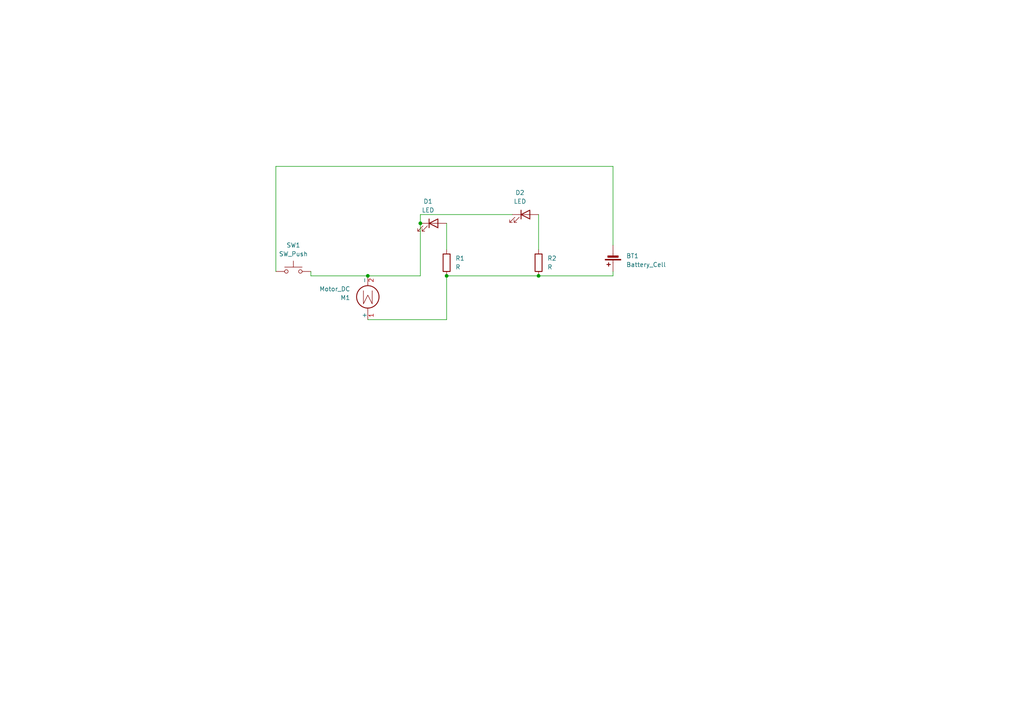
<source format=kicad_sch>
(kicad_sch
	(version 20250114)
	(generator "eeschema")
	(generator_version "9.0")
	(uuid "b0172b5b-68d2-456e-b543-2a6472d5e748")
	(paper "A4")
	(lib_symbols
		(symbol "Device:Battery_Cell"
			(pin_numbers
				(hide yes)
			)
			(pin_names
				(offset 0)
				(hide yes)
			)
			(exclude_from_sim no)
			(in_bom yes)
			(on_board yes)
			(property "Reference" "BT"
				(at 2.54 2.54 0)
				(effects
					(font
						(size 1.27 1.27)
					)
					(justify left)
				)
			)
			(property "Value" "Battery_Cell"
				(at 2.54 0 0)
				(effects
					(font
						(size 1.27 1.27)
					)
					(justify left)
				)
			)
			(property "Footprint" ""
				(at 0 1.524 90)
				(effects
					(font
						(size 1.27 1.27)
					)
					(hide yes)
				)
			)
			(property "Datasheet" "~"
				(at 0 1.524 90)
				(effects
					(font
						(size 1.27 1.27)
					)
					(hide yes)
				)
			)
			(property "Description" "Single-cell battery"
				(at 0 0 0)
				(effects
					(font
						(size 1.27 1.27)
					)
					(hide yes)
				)
			)
			(property "ki_keywords" "battery cell"
				(at 0 0 0)
				(effects
					(font
						(size 1.27 1.27)
					)
					(hide yes)
				)
			)
			(symbol "Battery_Cell_0_1"
				(rectangle
					(start -2.286 1.778)
					(end 2.286 1.524)
					(stroke
						(width 0)
						(type default)
					)
					(fill
						(type outline)
					)
				)
				(rectangle
					(start -1.524 1.016)
					(end 1.524 0.508)
					(stroke
						(width 0)
						(type default)
					)
					(fill
						(type outline)
					)
				)
				(polyline
					(pts
						(xy 0 1.778) (xy 0 2.54)
					)
					(stroke
						(width 0)
						(type default)
					)
					(fill
						(type none)
					)
				)
				(polyline
					(pts
						(xy 0 0.762) (xy 0 0)
					)
					(stroke
						(width 0)
						(type default)
					)
					(fill
						(type none)
					)
				)
				(polyline
					(pts
						(xy 0.762 3.048) (xy 1.778 3.048)
					)
					(stroke
						(width 0.254)
						(type default)
					)
					(fill
						(type none)
					)
				)
				(polyline
					(pts
						(xy 1.27 3.556) (xy 1.27 2.54)
					)
					(stroke
						(width 0.254)
						(type default)
					)
					(fill
						(type none)
					)
				)
			)
			(symbol "Battery_Cell_1_1"
				(pin passive line
					(at 0 5.08 270)
					(length 2.54)
					(name "+"
						(effects
							(font
								(size 1.27 1.27)
							)
						)
					)
					(number "1"
						(effects
							(font
								(size 1.27 1.27)
							)
						)
					)
				)
				(pin passive line
					(at 0 -2.54 90)
					(length 2.54)
					(name "-"
						(effects
							(font
								(size 1.27 1.27)
							)
						)
					)
					(number "2"
						(effects
							(font
								(size 1.27 1.27)
							)
						)
					)
				)
			)
			(embedded_fonts no)
		)
		(symbol "Device:LED"
			(pin_numbers
				(hide yes)
			)
			(pin_names
				(offset 1.016)
				(hide yes)
			)
			(exclude_from_sim no)
			(in_bom yes)
			(on_board yes)
			(property "Reference" "D"
				(at 0 2.54 0)
				(effects
					(font
						(size 1.27 1.27)
					)
				)
			)
			(property "Value" "LED"
				(at 0 -2.54 0)
				(effects
					(font
						(size 1.27 1.27)
					)
				)
			)
			(property "Footprint" ""
				(at 0 0 0)
				(effects
					(font
						(size 1.27 1.27)
					)
					(hide yes)
				)
			)
			(property "Datasheet" "~"
				(at 0 0 0)
				(effects
					(font
						(size 1.27 1.27)
					)
					(hide yes)
				)
			)
			(property "Description" "Light emitting diode"
				(at 0 0 0)
				(effects
					(font
						(size 1.27 1.27)
					)
					(hide yes)
				)
			)
			(property "Sim.Pins" "1=K 2=A"
				(at 0 0 0)
				(effects
					(font
						(size 1.27 1.27)
					)
					(hide yes)
				)
			)
			(property "ki_keywords" "LED diode"
				(at 0 0 0)
				(effects
					(font
						(size 1.27 1.27)
					)
					(hide yes)
				)
			)
			(property "ki_fp_filters" "LED* LED_SMD:* LED_THT:*"
				(at 0 0 0)
				(effects
					(font
						(size 1.27 1.27)
					)
					(hide yes)
				)
			)
			(symbol "LED_0_1"
				(polyline
					(pts
						(xy -3.048 -0.762) (xy -4.572 -2.286) (xy -3.81 -2.286) (xy -4.572 -2.286) (xy -4.572 -1.524)
					)
					(stroke
						(width 0)
						(type default)
					)
					(fill
						(type none)
					)
				)
				(polyline
					(pts
						(xy -1.778 -0.762) (xy -3.302 -2.286) (xy -2.54 -2.286) (xy -3.302 -2.286) (xy -3.302 -1.524)
					)
					(stroke
						(width 0)
						(type default)
					)
					(fill
						(type none)
					)
				)
				(polyline
					(pts
						(xy -1.27 0) (xy 1.27 0)
					)
					(stroke
						(width 0)
						(type default)
					)
					(fill
						(type none)
					)
				)
				(polyline
					(pts
						(xy -1.27 -1.27) (xy -1.27 1.27)
					)
					(stroke
						(width 0.254)
						(type default)
					)
					(fill
						(type none)
					)
				)
				(polyline
					(pts
						(xy 1.27 -1.27) (xy 1.27 1.27) (xy -1.27 0) (xy 1.27 -1.27)
					)
					(stroke
						(width 0.254)
						(type default)
					)
					(fill
						(type none)
					)
				)
			)
			(symbol "LED_1_1"
				(pin passive line
					(at -3.81 0 0)
					(length 2.54)
					(name "K"
						(effects
							(font
								(size 1.27 1.27)
							)
						)
					)
					(number "1"
						(effects
							(font
								(size 1.27 1.27)
							)
						)
					)
				)
				(pin passive line
					(at 3.81 0 180)
					(length 2.54)
					(name "A"
						(effects
							(font
								(size 1.27 1.27)
							)
						)
					)
					(number "2"
						(effects
							(font
								(size 1.27 1.27)
							)
						)
					)
				)
			)
			(embedded_fonts no)
		)
		(symbol "Device:R"
			(pin_numbers
				(hide yes)
			)
			(pin_names
				(offset 0)
			)
			(exclude_from_sim no)
			(in_bom yes)
			(on_board yes)
			(property "Reference" "R"
				(at 2.032 0 90)
				(effects
					(font
						(size 1.27 1.27)
					)
				)
			)
			(property "Value" "R"
				(at 0 0 90)
				(effects
					(font
						(size 1.27 1.27)
					)
				)
			)
			(property "Footprint" ""
				(at -1.778 0 90)
				(effects
					(font
						(size 1.27 1.27)
					)
					(hide yes)
				)
			)
			(property "Datasheet" "~"
				(at 0 0 0)
				(effects
					(font
						(size 1.27 1.27)
					)
					(hide yes)
				)
			)
			(property "Description" "Resistor"
				(at 0 0 0)
				(effects
					(font
						(size 1.27 1.27)
					)
					(hide yes)
				)
			)
			(property "ki_keywords" "R res resistor"
				(at 0 0 0)
				(effects
					(font
						(size 1.27 1.27)
					)
					(hide yes)
				)
			)
			(property "ki_fp_filters" "R_*"
				(at 0 0 0)
				(effects
					(font
						(size 1.27 1.27)
					)
					(hide yes)
				)
			)
			(symbol "R_0_1"
				(rectangle
					(start -1.016 -2.54)
					(end 1.016 2.54)
					(stroke
						(width 0.254)
						(type default)
					)
					(fill
						(type none)
					)
				)
			)
			(symbol "R_1_1"
				(pin passive line
					(at 0 3.81 270)
					(length 1.27)
					(name "~"
						(effects
							(font
								(size 1.27 1.27)
							)
						)
					)
					(number "1"
						(effects
							(font
								(size 1.27 1.27)
							)
						)
					)
				)
				(pin passive line
					(at 0 -3.81 90)
					(length 1.27)
					(name "~"
						(effects
							(font
								(size 1.27 1.27)
							)
						)
					)
					(number "2"
						(effects
							(font
								(size 1.27 1.27)
							)
						)
					)
				)
			)
			(embedded_fonts no)
		)
		(symbol "Motor:Motor_DC"
			(pin_names
				(offset 0)
			)
			(exclude_from_sim no)
			(in_bom yes)
			(on_board yes)
			(property "Reference" "M"
				(at 2.54 2.54 0)
				(effects
					(font
						(size 1.27 1.27)
					)
					(justify left)
				)
			)
			(property "Value" "Motor_DC"
				(at 2.54 -5.08 0)
				(effects
					(font
						(size 1.27 1.27)
					)
					(justify left top)
				)
			)
			(property "Footprint" ""
				(at 0 -2.286 0)
				(effects
					(font
						(size 1.27 1.27)
					)
					(hide yes)
				)
			)
			(property "Datasheet" "~"
				(at 0 -2.286 0)
				(effects
					(font
						(size 1.27 1.27)
					)
					(hide yes)
				)
			)
			(property "Description" "DC Motor"
				(at 0 0 0)
				(effects
					(font
						(size 1.27 1.27)
					)
					(hide yes)
				)
			)
			(property "ki_keywords" "DC Motor"
				(at 0 0 0)
				(effects
					(font
						(size 1.27 1.27)
					)
					(hide yes)
				)
			)
			(property "ki_fp_filters" "PinHeader*P2.54mm* TerminalBlock*"
				(at 0 0 0)
				(effects
					(font
						(size 1.27 1.27)
					)
					(hide yes)
				)
			)
			(symbol "Motor_DC_0_0"
				(polyline
					(pts
						(xy -1.27 -3.302) (xy -1.27 0.508) (xy 0 -2.032) (xy 1.27 0.508) (xy 1.27 -3.302)
					)
					(stroke
						(width 0)
						(type default)
					)
					(fill
						(type none)
					)
				)
			)
			(symbol "Motor_DC_0_1"
				(polyline
					(pts
						(xy 0 2.032) (xy 0 2.54)
					)
					(stroke
						(width 0)
						(type default)
					)
					(fill
						(type none)
					)
				)
				(polyline
					(pts
						(xy 0 1.7272) (xy 0 2.0828)
					)
					(stroke
						(width 0)
						(type default)
					)
					(fill
						(type none)
					)
				)
				(circle
					(center 0 -1.524)
					(radius 3.2512)
					(stroke
						(width 0.254)
						(type default)
					)
					(fill
						(type none)
					)
				)
				(polyline
					(pts
						(xy 0 -4.7752) (xy 0 -5.1816)
					)
					(stroke
						(width 0)
						(type default)
					)
					(fill
						(type none)
					)
				)
				(polyline
					(pts
						(xy 0 -7.62) (xy 0 -7.112)
					)
					(stroke
						(width 0)
						(type default)
					)
					(fill
						(type none)
					)
				)
			)
			(symbol "Motor_DC_1_1"
				(pin passive line
					(at 0 5.08 270)
					(length 2.54)
					(name "+"
						(effects
							(font
								(size 1.27 1.27)
							)
						)
					)
					(number "1"
						(effects
							(font
								(size 1.27 1.27)
							)
						)
					)
				)
				(pin passive line
					(at 0 -7.62 90)
					(length 2.54)
					(name "-"
						(effects
							(font
								(size 1.27 1.27)
							)
						)
					)
					(number "2"
						(effects
							(font
								(size 1.27 1.27)
							)
						)
					)
				)
			)
			(embedded_fonts no)
		)
		(symbol "Switch:SW_Push"
			(pin_numbers
				(hide yes)
			)
			(pin_names
				(offset 1.016)
				(hide yes)
			)
			(exclude_from_sim no)
			(in_bom yes)
			(on_board yes)
			(property "Reference" "SW"
				(at 1.27 2.54 0)
				(effects
					(font
						(size 1.27 1.27)
					)
					(justify left)
				)
			)
			(property "Value" "SW_Push"
				(at 0 -1.524 0)
				(effects
					(font
						(size 1.27 1.27)
					)
				)
			)
			(property "Footprint" ""
				(at 0 5.08 0)
				(effects
					(font
						(size 1.27 1.27)
					)
					(hide yes)
				)
			)
			(property "Datasheet" "~"
				(at 0 5.08 0)
				(effects
					(font
						(size 1.27 1.27)
					)
					(hide yes)
				)
			)
			(property "Description" "Push button switch, generic, two pins"
				(at 0 0 0)
				(effects
					(font
						(size 1.27 1.27)
					)
					(hide yes)
				)
			)
			(property "ki_keywords" "switch normally-open pushbutton push-button"
				(at 0 0 0)
				(effects
					(font
						(size 1.27 1.27)
					)
					(hide yes)
				)
			)
			(symbol "SW_Push_0_1"
				(circle
					(center -2.032 0)
					(radius 0.508)
					(stroke
						(width 0)
						(type default)
					)
					(fill
						(type none)
					)
				)
				(polyline
					(pts
						(xy 0 1.27) (xy 0 3.048)
					)
					(stroke
						(width 0)
						(type default)
					)
					(fill
						(type none)
					)
				)
				(circle
					(center 2.032 0)
					(radius 0.508)
					(stroke
						(width 0)
						(type default)
					)
					(fill
						(type none)
					)
				)
				(polyline
					(pts
						(xy 2.54 1.27) (xy -2.54 1.27)
					)
					(stroke
						(width 0)
						(type default)
					)
					(fill
						(type none)
					)
				)
				(pin passive line
					(at -5.08 0 0)
					(length 2.54)
					(name "1"
						(effects
							(font
								(size 1.27 1.27)
							)
						)
					)
					(number "1"
						(effects
							(font
								(size 1.27 1.27)
							)
						)
					)
				)
				(pin passive line
					(at 5.08 0 180)
					(length 2.54)
					(name "2"
						(effects
							(font
								(size 1.27 1.27)
							)
						)
					)
					(number "2"
						(effects
							(font
								(size 1.27 1.27)
							)
						)
					)
				)
			)
			(embedded_fonts no)
		)
	)
	(junction
		(at 156.21 80.01)
		(diameter 0)
		(color 0 0 0 0)
		(uuid "32d7fe2c-05cf-4187-bf49-75eece8b1437")
	)
	(junction
		(at 121.92 64.77)
		(diameter 0)
		(color 0 0 0 0)
		(uuid "6447b2e7-bc79-42df-88e7-3548606fdf31")
	)
	(junction
		(at 106.68 80.01)
		(diameter 0)
		(color 0 0 0 0)
		(uuid "a85f974a-99fa-440a-a97e-18c881fb728b")
	)
	(junction
		(at 129.54 80.01)
		(diameter 0)
		(color 0 0 0 0)
		(uuid "ee7175b6-2e5e-47f7-b34a-076bb3751c0b")
	)
	(wire
		(pts
			(xy 177.8 48.26) (xy 177.8 71.12)
		)
		(stroke
			(width 0)
			(type default)
		)
		(uuid "1331cb44-31ad-4723-8b27-09268f3b6a9b")
	)
	(wire
		(pts
			(xy 90.17 80.01) (xy 106.68 80.01)
		)
		(stroke
			(width 0)
			(type default)
		)
		(uuid "1444fbb3-0b7a-4381-b797-5ecb354a0acf")
	)
	(wire
		(pts
			(xy 177.8 80.01) (xy 156.21 80.01)
		)
		(stroke
			(width 0)
			(type default)
		)
		(uuid "29979f03-d9c5-4d96-a119-e1c1038203c4")
	)
	(wire
		(pts
			(xy 129.54 64.77) (xy 129.54 72.39)
		)
		(stroke
			(width 0)
			(type default)
		)
		(uuid "2f713553-2265-4ca9-b2c4-2f87f818c2ca")
	)
	(wire
		(pts
			(xy 90.17 80.01) (xy 90.17 78.74)
		)
		(stroke
			(width 0)
			(type default)
		)
		(uuid "65574473-2a09-4cd4-a689-e8bb475fb3b5")
	)
	(wire
		(pts
			(xy 106.68 80.01) (xy 121.92 80.01)
		)
		(stroke
			(width 0)
			(type default)
		)
		(uuid "6a3aabee-3c32-45cf-97f8-fc61ed97a2b2")
	)
	(wire
		(pts
			(xy 80.01 78.74) (xy 80.01 48.26)
		)
		(stroke
			(width 0)
			(type default)
		)
		(uuid "6de6fcc3-34cb-4630-9336-1f956e02405f")
	)
	(wire
		(pts
			(xy 129.54 80.01) (xy 156.21 80.01)
		)
		(stroke
			(width 0)
			(type default)
		)
		(uuid "83945017-690a-4d6f-8da3-f54abde4cb44")
	)
	(wire
		(pts
			(xy 129.54 80.01) (xy 129.54 92.71)
		)
		(stroke
			(width 0)
			(type default)
		)
		(uuid "873fda4a-e462-4508-ac18-63c8115f3cf9")
	)
	(wire
		(pts
			(xy 129.54 92.71) (xy 106.68 92.71)
		)
		(stroke
			(width 0)
			(type default)
		)
		(uuid "9550e063-c4b5-43b5-a6a8-666e1bac3ef6")
	)
	(wire
		(pts
			(xy 80.01 48.26) (xy 177.8 48.26)
		)
		(stroke
			(width 0)
			(type default)
		)
		(uuid "9f1d69e6-7114-4c0a-8280-9c5912d11711")
	)
	(wire
		(pts
			(xy 177.8 78.74) (xy 177.8 80.01)
		)
		(stroke
			(width 0)
			(type default)
		)
		(uuid "ce5f0082-439a-4b32-bcae-4de0bd47b049")
	)
	(wire
		(pts
			(xy 148.59 62.23) (xy 121.92 62.23)
		)
		(stroke
			(width 0)
			(type default)
		)
		(uuid "d519a837-7ce5-4e9b-9c2f-6332910267ca")
	)
	(wire
		(pts
			(xy 156.21 62.23) (xy 156.21 72.39)
		)
		(stroke
			(width 0)
			(type default)
		)
		(uuid "dca640e8-8594-43da-bb00-0dbfb811b375")
	)
	(wire
		(pts
			(xy 121.92 64.77) (xy 121.92 80.01)
		)
		(stroke
			(width 0)
			(type default)
		)
		(uuid "dd105310-42c0-4349-b229-993fa7434be6")
	)
	(wire
		(pts
			(xy 121.92 62.23) (xy 121.92 64.77)
		)
		(stroke
			(width 0)
			(type default)
		)
		(uuid "efc75b2d-a6a1-4d92-b833-9999d72426a9")
	)
	(symbol
		(lib_id "Device:LED")
		(at 152.4 62.23 0)
		(unit 1)
		(exclude_from_sim no)
		(in_bom yes)
		(on_board yes)
		(dnp no)
		(fields_autoplaced yes)
		(uuid "1888e95b-d33e-42e0-8d59-882c4dae4c6c")
		(property "Reference" "D2"
			(at 150.8125 55.88 0)
			(effects
				(font
					(size 1.27 1.27)
				)
			)
		)
		(property "Value" "LED"
			(at 150.8125 58.42 0)
			(effects
				(font
					(size 1.27 1.27)
				)
			)
		)
		(property "Footprint" "LED_THT:LED_D5.0mm"
			(at 152.4 62.23 0)
			(effects
				(font
					(size 1.27 1.27)
				)
				(hide yes)
			)
		)
		(property "Datasheet" "~"
			(at 152.4 62.23 0)
			(effects
				(font
					(size 1.27 1.27)
				)
				(hide yes)
			)
		)
		(property "Description" "Light emitting diode"
			(at 152.4 62.23 0)
			(effects
				(font
					(size 1.27 1.27)
				)
				(hide yes)
			)
		)
		(property "Sim.Pins" "1=K 2=A"
			(at 152.4 62.23 0)
			(effects
				(font
					(size 1.27 1.27)
				)
				(hide yes)
			)
		)
		(pin "2"
			(uuid "f4eda0b9-f5ba-4dac-a742-46c0892f92d8")
		)
		(pin "1"
			(uuid "891ce5ad-29f1-4a6e-9146-43cef9dc7f3a")
		)
		(instances
			(project ""
				(path "/b0172b5b-68d2-456e-b543-2a6472d5e748"
					(reference "D2")
					(unit 1)
				)
			)
		)
	)
	(symbol
		(lib_id "Device:R")
		(at 129.54 76.2 0)
		(unit 1)
		(exclude_from_sim no)
		(in_bom yes)
		(on_board yes)
		(dnp no)
		(fields_autoplaced yes)
		(uuid "3702ad79-9aa8-467b-946b-11bb66f97ef4")
		(property "Reference" "R1"
			(at 132.08 74.9299 0)
			(effects
				(font
					(size 1.27 1.27)
				)
				(justify left)
			)
		)
		(property "Value" "R"
			(at 132.08 77.4699 0)
			(effects
				(font
					(size 1.27 1.27)
				)
				(justify left)
			)
		)
		(property "Footprint" "Resistor_THT:R_Axial_DIN0207_L6.3mm_D2.5mm_P7.62mm_Horizontal"
			(at 127.762 76.2 90)
			(effects
				(font
					(size 1.27 1.27)
				)
				(hide yes)
			)
		)
		(property "Datasheet" "~"
			(at 129.54 76.2 0)
			(effects
				(font
					(size 1.27 1.27)
				)
				(hide yes)
			)
		)
		(property "Description" "Resistor"
			(at 129.54 76.2 0)
			(effects
				(font
					(size 1.27 1.27)
				)
				(hide yes)
			)
		)
		(pin "2"
			(uuid "eb4ab909-0364-40a8-a028-15948ddf6c55")
		)
		(pin "1"
			(uuid "d8a7787e-4e87-4769-9dd0-007b24ed3ad4")
		)
		(instances
			(project ""
				(path "/b0172b5b-68d2-456e-b543-2a6472d5e748"
					(reference "R1")
					(unit 1)
				)
			)
		)
	)
	(symbol
		(lib_id "Device:LED")
		(at 125.73 64.77 0)
		(unit 1)
		(exclude_from_sim no)
		(in_bom yes)
		(on_board yes)
		(dnp no)
		(fields_autoplaced yes)
		(uuid "49e8fd4e-e2f0-4afd-b907-cbcae0eb0d2d")
		(property "Reference" "D1"
			(at 124.1425 58.42 0)
			(effects
				(font
					(size 1.27 1.27)
				)
			)
		)
		(property "Value" "LED"
			(at 124.1425 60.96 0)
			(effects
				(font
					(size 1.27 1.27)
				)
			)
		)
		(property "Footprint" "LED_THT:LED_D5.0mm"
			(at 125.73 64.77 0)
			(effects
				(font
					(size 1.27 1.27)
				)
				(hide yes)
			)
		)
		(property "Datasheet" "~"
			(at 125.73 64.77 0)
			(effects
				(font
					(size 1.27 1.27)
				)
				(hide yes)
			)
		)
		(property "Description" "Light emitting diode"
			(at 125.73 64.77 0)
			(effects
				(font
					(size 1.27 1.27)
				)
				(hide yes)
			)
		)
		(property "Sim.Pins" "1=K 2=A"
			(at 125.73 64.77 0)
			(effects
				(font
					(size 1.27 1.27)
				)
				(hide yes)
			)
		)
		(pin "1"
			(uuid "364df4b1-55d1-4e7d-86da-c33b7c17d18d")
		)
		(pin "2"
			(uuid "c33c7e0a-fab9-490b-bc8f-4d73edf43dd8")
		)
		(instances
			(project ""
				(path "/b0172b5b-68d2-456e-b543-2a6472d5e748"
					(reference "D1")
					(unit 1)
				)
			)
		)
	)
	(symbol
		(lib_id "Motor:Motor_DC")
		(at 106.68 87.63 180)
		(unit 1)
		(exclude_from_sim no)
		(in_bom yes)
		(on_board yes)
		(dnp no)
		(uuid "653f06a2-1db5-4213-a833-51d5a1da2579")
		(property "Reference" "M1"
			(at 101.6 86.3601 0)
			(effects
				(font
					(size 1.27 1.27)
				)
				(justify left)
			)
		)
		(property "Value" "Motor_DC"
			(at 101.6 83.8201 0)
			(effects
				(font
					(size 1.27 1.27)
				)
				(justify left)
			)
		)
		(property "Footprint" "Connector_PinHeader_2.54mm:PinHeader_1x02_P2.54mm_Vertical"
			(at 106.68 85.344 0)
			(effects
				(font
					(size 1.27 1.27)
				)
				(hide yes)
			)
		)
		(property "Datasheet" "~"
			(at 106.68 85.344 0)
			(effects
				(font
					(size 1.27 1.27)
				)
				(hide yes)
			)
		)
		(property "Description" "DC Motor"
			(at 106.68 87.63 0)
			(effects
				(font
					(size 1.27 1.27)
				)
				(hide yes)
			)
		)
		(pin "2"
			(uuid "a6126183-d0c3-4235-91ca-0cb83ba710ca")
		)
		(pin "1"
			(uuid "3589da37-55f6-4cb5-850d-1975c6d67275")
		)
		(instances
			(project ""
				(path "/b0172b5b-68d2-456e-b543-2a6472d5e748"
					(reference "M1")
					(unit 1)
				)
			)
		)
	)
	(symbol
		(lib_id "Device:R")
		(at 156.21 76.2 0)
		(unit 1)
		(exclude_from_sim no)
		(in_bom yes)
		(on_board yes)
		(dnp no)
		(fields_autoplaced yes)
		(uuid "78ca521c-7a9e-44d9-9cb5-46e165c4abae")
		(property "Reference" "R2"
			(at 158.75 74.9299 0)
			(effects
				(font
					(size 1.27 1.27)
				)
				(justify left)
			)
		)
		(property "Value" "R"
			(at 158.75 77.4699 0)
			(effects
				(font
					(size 1.27 1.27)
				)
				(justify left)
			)
		)
		(property "Footprint" "Resistor_THT:R_Axial_DIN0207_L6.3mm_D2.5mm_P7.62mm_Horizontal"
			(at 154.432 76.2 90)
			(effects
				(font
					(size 1.27 1.27)
				)
				(hide yes)
			)
		)
		(property "Datasheet" "~"
			(at 156.21 76.2 0)
			(effects
				(font
					(size 1.27 1.27)
				)
				(hide yes)
			)
		)
		(property "Description" "Resistor"
			(at 156.21 76.2 0)
			(effects
				(font
					(size 1.27 1.27)
				)
				(hide yes)
			)
		)
		(pin "2"
			(uuid "62da0dd5-3e39-4b46-8779-24d9656630e5")
		)
		(pin "1"
			(uuid "5c6e2e3f-ca56-4692-b5a8-fa623d545f32")
		)
		(instances
			(project ""
				(path "/b0172b5b-68d2-456e-b543-2a6472d5e748"
					(reference "R2")
					(unit 1)
				)
			)
		)
	)
	(symbol
		(lib_id "Switch:SW_Push")
		(at 85.09 78.74 0)
		(unit 1)
		(exclude_from_sim no)
		(in_bom yes)
		(on_board yes)
		(dnp no)
		(fields_autoplaced yes)
		(uuid "cc4e1d11-7394-4c8f-80b2-d636a9fc2ebe")
		(property "Reference" "SW1"
			(at 85.09 71.12 0)
			(effects
				(font
					(size 1.27 1.27)
				)
			)
		)
		(property "Value" "SW_Push"
			(at 85.09 73.66 0)
			(effects
				(font
					(size 1.27 1.27)
				)
			)
		)
		(property "Footprint" "Button_Switch_THT:SW_PUSH_6mm"
			(at 85.09 73.66 0)
			(effects
				(font
					(size 1.27 1.27)
				)
				(hide yes)
			)
		)
		(property "Datasheet" "~"
			(at 85.09 73.66 0)
			(effects
				(font
					(size 1.27 1.27)
				)
				(hide yes)
			)
		)
		(property "Description" "Push button switch, generic, two pins"
			(at 85.09 78.74 0)
			(effects
				(font
					(size 1.27 1.27)
				)
				(hide yes)
			)
		)
		(pin "1"
			(uuid "4b866996-1638-4262-bbd8-c80156043ea4")
		)
		(pin "2"
			(uuid "449bd286-dde1-4d80-a2af-57ce8591e902")
		)
		(instances
			(project ""
				(path "/b0172b5b-68d2-456e-b543-2a6472d5e748"
					(reference "SW1")
					(unit 1)
				)
			)
		)
	)
	(symbol
		(lib_id "Device:Battery_Cell")
		(at 177.8 73.66 180)
		(unit 1)
		(exclude_from_sim no)
		(in_bom yes)
		(on_board yes)
		(dnp no)
		(fields_autoplaced yes)
		(uuid "f239517c-9229-4cf6-bb3a-6763804bf620")
		(property "Reference" "BT1"
			(at 181.61 74.2314 0)
			(effects
				(font
					(size 1.27 1.27)
				)
				(justify right)
			)
		)
		(property "Value" "Battery_Cell"
			(at 181.61 76.7714 0)
			(effects
				(font
					(size 1.27 1.27)
				)
				(justify right)
			)
		)
		(property "Footprint" "Battery:BatteryHolder_Keystone_3034_1x20mm"
			(at 177.8 75.184 90)
			(effects
				(font
					(size 1.27 1.27)
				)
				(hide yes)
			)
		)
		(property "Datasheet" "~"
			(at 177.8 75.184 90)
			(effects
				(font
					(size 1.27 1.27)
				)
				(hide yes)
			)
		)
		(property "Description" "Single-cell battery"
			(at 177.8 73.66 0)
			(effects
				(font
					(size 1.27 1.27)
				)
				(hide yes)
			)
		)
		(pin "2"
			(uuid "477c61c5-04a3-49a0-aa7f-4268de021586")
		)
		(pin "1"
			(uuid "dc5dbc64-6df6-4af8-9495-86444113ff5f")
		)
		(instances
			(project ""
				(path "/b0172b5b-68d2-456e-b543-2a6472d5e748"
					(reference "BT1")
					(unit 1)
				)
			)
		)
	)
	(sheet_instances
		(path "/"
			(page "1")
		)
	)
	(embedded_fonts no)
)

</source>
